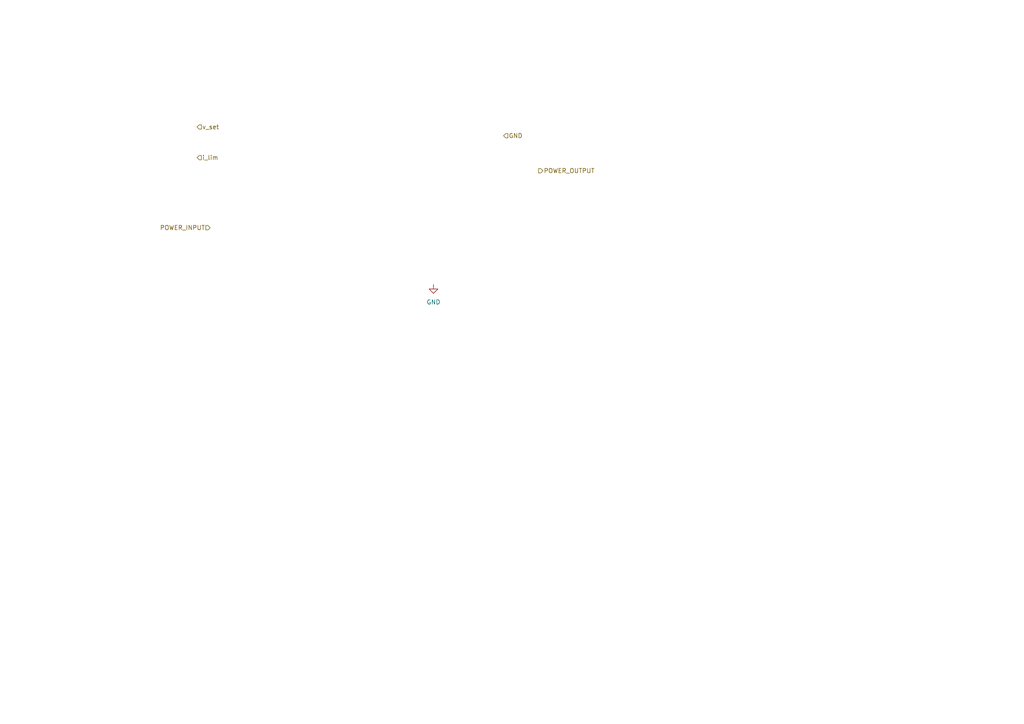
<source format=kicad_sch>
(kicad_sch (version 20230121) (generator eeschema)
  (paper "A4")
  (lib_symbols
    (symbol "power:GND" (power) (pin_names (offset 0))
      (property "Value" "GND" (at 0 -3.81 0))
      (symbol "GND_0_1"
        (polyline (pts (xy 0 0) (xy 0 -1.27) (xy 1.27 -1.27) (xy 0 -2.54) (xy -1.27 -1.27) (xy 0 -1.27)))
      )
      (symbol "GND_1_1"
        (pin power_in line (at 0 0 270) (length 0) hide (name "GND") (number "1"))
      )
    )
  )
  (hierarchical_label "v_set" (shape input) (at 57.15 36.83 0))
  (hierarchical_label "GND" (shape input) (at 146.05 39.37 0))
  (hierarchical_label "POWER_INPUT" (shape input) (at 60.96 66.04 180))
  (hierarchical_label "POWER_OUTPUT" (shape output) (at 156.21 49.53 0))
  (hierarchical_label "i_lim" (shape input) (at 57.15 45.72 0))
  (symbol (lib_id "power:GND") (at 125.73 82.55 0) (unit 1)
    (property "Reference" "#PWR010" (effects hide))
    (property "Value" "GND" (at 125.73 87.63 0))
    (instances (project "fuck_it_power_supply" (path "" (reference "#PWR010") (unit 1)) (path "" (reference "#PWR014") (unit 1))))
  )
)
</source>
